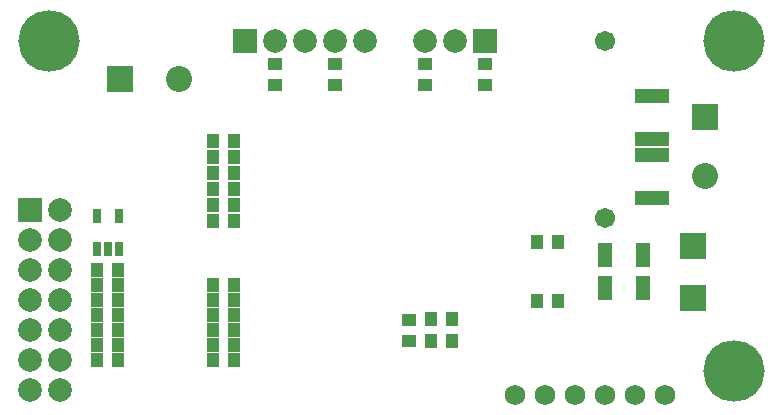
<source format=gbs>
%TF.GenerationSoftware,Altium Limited,Altium Designer,24.1.2 (44)*%
G04 Layer_Color=16711935*
%FSLAX45Y45*%
%MOMM*%
%TF.SameCoordinates,791679A7-7A64-4111-B289-18E462613817*%
%TF.FilePolarity,Negative*%
%TF.FileFunction,Soldermask,Bot*%
%TF.Part,Single*%
G01*
G75*
%TA.AperFunction,SMDPad,CuDef*%
%ADD46R,1.15320X1.00320*%
%ADD50R,2.20320X2.20320*%
%ADD51R,1.00320X1.15320*%
%TA.AperFunction,ComponentPad*%
%ADD60C,1.70320*%
%ADD61R,2.00320X2.00320*%
%ADD62C,2.00320*%
%ADD63R,2.20320X2.20320*%
%ADD64C,2.20320*%
%ADD65R,2.20320X2.20320*%
%ADD66R,2.00320X2.00320*%
%TA.AperFunction,ViaPad*%
%ADD67C,1.72720*%
%ADD68C,5.20320*%
%TA.AperFunction,SMDPad,CuDef*%
%ADD69R,2.90320X1.20320*%
%ADD70R,1.20320X2.10320*%
%ADD71R,0.80320X1.20320*%
D46*
X2263500Y2770000D02*
D03*
Y2950000D02*
D03*
X2771500Y2770000D02*
D03*
Y2950000D02*
D03*
X3533500Y2770000D02*
D03*
Y2950000D02*
D03*
X4041500Y2770000D02*
D03*
Y2950000D02*
D03*
X3396000Y788000D02*
D03*
Y608000D02*
D03*
D50*
X5800000Y972500D02*
D03*
Y1412500D02*
D03*
D51*
X4657500Y1442500D02*
D03*
X4477500D02*
D03*
X4657500Y942500D02*
D03*
X4477500D02*
D03*
X3761000Y793000D02*
D03*
X3581000D02*
D03*
X3761000Y603000D02*
D03*
X3581000D02*
D03*
X1914000Y2300000D02*
D03*
X1734000D02*
D03*
X1914000Y2165000D02*
D03*
X1734000D02*
D03*
X1914000Y2030000D02*
D03*
X1734000D02*
D03*
X1914000Y1895000D02*
D03*
X1734000D02*
D03*
Y1760000D02*
D03*
X1914000D02*
D03*
X1734000Y1625000D02*
D03*
X1914000D02*
D03*
Y1079000D02*
D03*
X1734000D02*
D03*
X1914000Y952000D02*
D03*
X1734000D02*
D03*
Y825000D02*
D03*
X1914000D02*
D03*
X1734000Y698000D02*
D03*
X1914000D02*
D03*
X1734000Y571000D02*
D03*
X1914000D02*
D03*
X1734000Y444000D02*
D03*
X1914000D02*
D03*
X934000Y1206000D02*
D03*
X754000D02*
D03*
Y1079000D02*
D03*
X934000D02*
D03*
X754000Y952000D02*
D03*
X934000D02*
D03*
X754000Y825000D02*
D03*
X934000D02*
D03*
X754000Y698000D02*
D03*
X934000D02*
D03*
X754000Y571000D02*
D03*
X934000D02*
D03*
X754000Y444000D02*
D03*
X934000D02*
D03*
D60*
X5057500Y1650000D02*
D03*
Y3150000D02*
D03*
D61*
X4041500D02*
D03*
X2009500D02*
D03*
D62*
X3787500D02*
D03*
X3533500D02*
D03*
X3025500D02*
D03*
X2771500D02*
D03*
X2517500D02*
D03*
X2263500D02*
D03*
X190000Y444000D02*
D03*
Y698000D02*
D03*
Y952000D02*
D03*
Y1206000D02*
D03*
Y1460000D02*
D03*
X444000Y1714000D02*
D03*
Y1460000D02*
D03*
Y1206000D02*
D03*
Y952000D02*
D03*
Y698000D02*
D03*
Y444000D02*
D03*
Y190000D02*
D03*
X190000D02*
D03*
D63*
X5900000Y2500000D02*
D03*
D64*
X5900000Y2000000D02*
D03*
X1450000Y2825000D02*
D03*
D65*
X950000Y2825000D02*
D03*
D66*
X190000Y1714000D02*
D03*
D67*
X4291500Y150000D02*
D03*
X4799500D02*
D03*
X5561500D02*
D03*
X5053500D02*
D03*
X5307500D02*
D03*
X4545500D02*
D03*
D68*
X6150000Y350000D02*
D03*
Y3150000D02*
D03*
X350000D02*
D03*
D69*
X5452500Y2685000D02*
D03*
Y2315000D02*
D03*
Y1815000D02*
D03*
Y2185000D02*
D03*
D70*
X5377500Y1332500D02*
D03*
X5057500D02*
D03*
X5377500Y1052500D02*
D03*
X5057500D02*
D03*
D71*
X939000Y1662500D02*
D03*
X749000D02*
D03*
Y1387500D02*
D03*
X844000D02*
D03*
X939000D02*
D03*
%TF.MD5,175f2a55f5c5fd42294354108185959e*%
M02*

</source>
